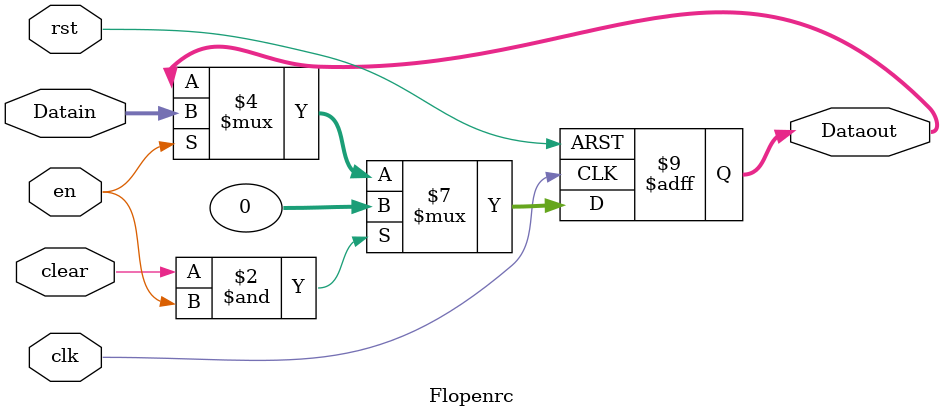
<source format=v>
`timescale 1ns / 1ps


module Flopenrc #(parameter WIDTH=32)(clk,rst,clear,en,Datain,Dataout);
    input clk;
    input rst;
    input clear;
    input en;
    input [WIDTH-1:0] Datain;
    output reg [WIDTH-1:0] Dataout=0;

    always@(posedge clk or posedge rst)
    begin
        if(rst)
            Dataout<=0;
        else if(clear & en)//流水线刷新必须保证当前流水线未被阻塞,否则将导致指令丢失
            Dataout<=0;
        else if(en)
            Dataout<=Datain;
    end
endmodule

</source>
